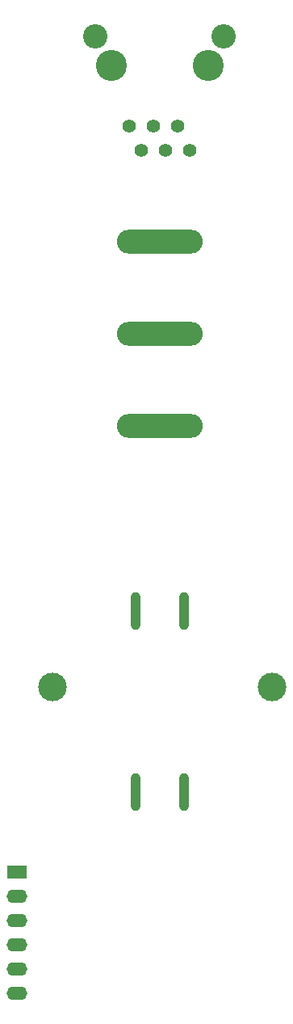
<source format=gbr>
%TF.GenerationSoftware,Altium Limited,Altium Designer,22.0.2 (36)*%
G04 Layer_Color=255*
%FSLAX45Y45*%
%MOMM*%
%TF.SameCoordinates,4516B017-0455-433D-A7DA-D7F2A7B68D13*%
%TF.FilePolarity,Positive*%
%TF.FileFunction,Pads,Bot*%
%TF.Part,Single*%
G01*
G75*
%TA.AperFunction,ComponentPad*%
%ADD17O,1.00000X4.00000*%
%ADD18C,3.00000*%
%ADD19O,2.15900X1.39700*%
%ADD20R,2.15900X1.39700*%
%ADD21O,9.00000X2.50000*%
%ADD22C,2.55000*%
%ADD23C,1.40800*%
%ADD24C,3.25000*%
D17*
X2276700Y-5700000D02*
D03*
X1768700D02*
D03*
Y-7600000D02*
D03*
X2276700D02*
D03*
D18*
X900000Y-6500000D02*
D03*
X3200000D02*
D03*
D19*
X530000Y-9705000D02*
D03*
Y-9451000D02*
D03*
Y-9197000D02*
D03*
Y-8943000D02*
D03*
Y-8689000D02*
D03*
D20*
Y-8435000D02*
D03*
D21*
X2022700Y-3762000D02*
D03*
X2022660Y-2800000D02*
D03*
X2022700Y-1838000D02*
D03*
D22*
X2697698Y313000D02*
D03*
X1347698Y313000D02*
D03*
D23*
X2340198Y-881000D02*
D03*
X2086198Y-881000D02*
D03*
X1832198Y-881000D02*
D03*
X2213198Y-627000D02*
D03*
X1959199D02*
D03*
X1705198D02*
D03*
D24*
X2530698Y8000D02*
D03*
X1514698D02*
D03*
%TF.MD5,48545b4176c62c01c4ae3a9c3f6dd1ce*%
M02*

</source>
